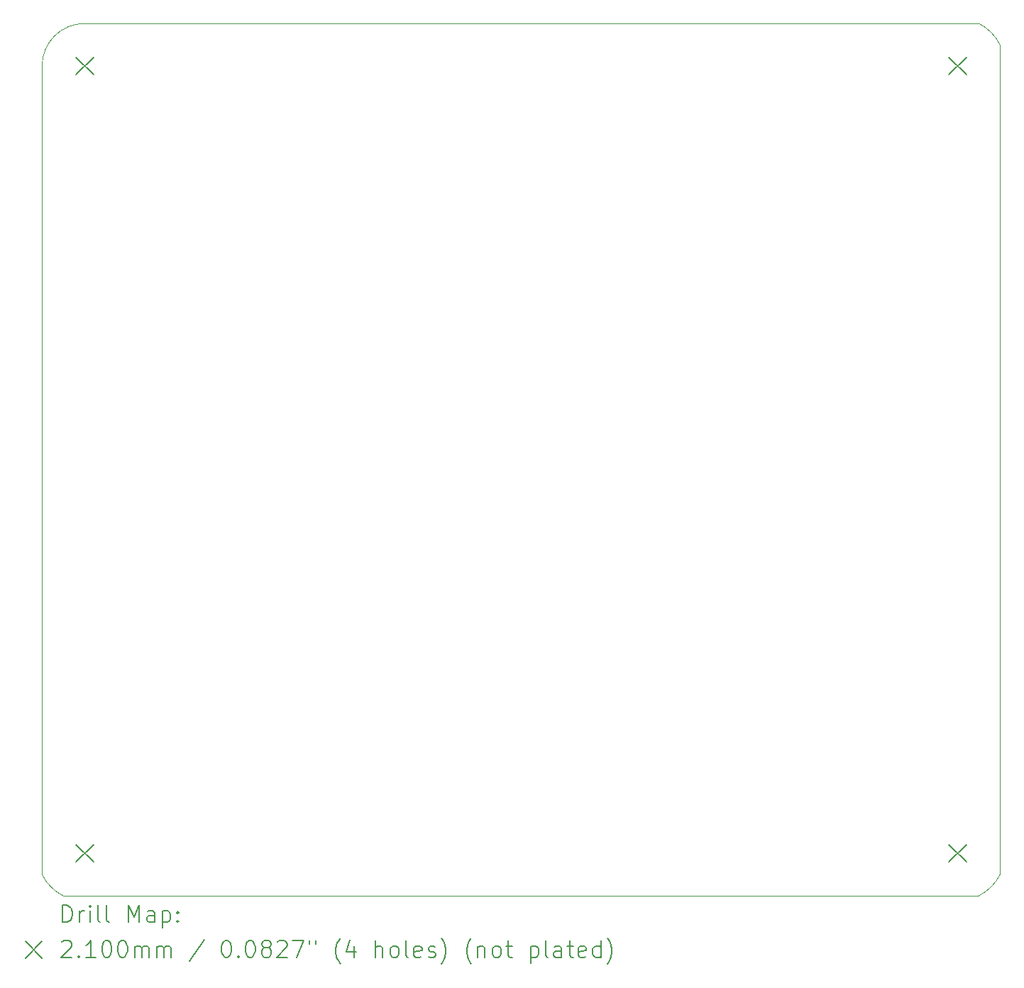
<source format=gbr>
%TF.GenerationSoftware,KiCad,Pcbnew,7.0.2*%
%TF.CreationDate,2023-04-22T23:51:44+05:30*%
%TF.ProjectId,Final circuit pcb file,46696e61-6c20-4636-9972-637569742070,rev?*%
%TF.SameCoordinates,Original*%
%TF.FileFunction,Drillmap*%
%TF.FilePolarity,Positive*%
%FSLAX45Y45*%
G04 Gerber Fmt 4.5, Leading zero omitted, Abs format (unit mm)*
G04 Created by KiCad (PCBNEW 7.0.2) date 2023-04-22 23:51:44*
%MOMM*%
%LPD*%
G01*
G04 APERTURE LIST*
%ADD10C,0.010000*%
%ADD11C,0.200000*%
%ADD12C,0.210000*%
G04 APERTURE END LIST*
D10*
X2794000Y-2286000D02*
G75*
G03*
X2286000Y-2794000I0J-508000D01*
G01*
X13462000Y-2286000D02*
X3556000Y-2286000D01*
X2286000Y-2794000D02*
X2286000Y-12446000D01*
X2540000Y-12700000D02*
X13462000Y-12700000D01*
X13716000Y-2540000D02*
G75*
G03*
X13462000Y-2286000I-508000J-254000D01*
G01*
X3556000Y-2286000D02*
X2794000Y-2286000D01*
X2286000Y-12446000D02*
G75*
G03*
X2540000Y-12700000I508000J254000D01*
G01*
X13716000Y-12446000D02*
X13716000Y-2540000D01*
X13462000Y-12700000D02*
G75*
G03*
X13716000Y-12446000I-254000J508000D01*
G01*
D11*
D12*
X2689000Y-2689000D02*
X2899000Y-2899000D01*
X2899000Y-2689000D02*
X2689000Y-2899000D01*
X2689000Y-12087000D02*
X2899000Y-12297000D01*
X2899000Y-12087000D02*
X2689000Y-12297000D01*
X13103000Y-2689000D02*
X13313000Y-2899000D01*
X13313000Y-2689000D02*
X13103000Y-2899000D01*
X13103000Y-12087000D02*
X13313000Y-12297000D01*
X13313000Y-12087000D02*
X13103000Y-12297000D01*
D11*
X2533119Y-13013024D02*
X2533119Y-12813024D01*
X2533119Y-12813024D02*
X2580738Y-12813024D01*
X2580738Y-12813024D02*
X2609310Y-12822547D01*
X2609310Y-12822547D02*
X2628357Y-12841595D01*
X2628357Y-12841595D02*
X2637881Y-12860643D01*
X2637881Y-12860643D02*
X2647405Y-12898738D01*
X2647405Y-12898738D02*
X2647405Y-12927309D01*
X2647405Y-12927309D02*
X2637881Y-12965405D01*
X2637881Y-12965405D02*
X2628357Y-12984452D01*
X2628357Y-12984452D02*
X2609310Y-13003500D01*
X2609310Y-13003500D02*
X2580738Y-13013024D01*
X2580738Y-13013024D02*
X2533119Y-13013024D01*
X2733119Y-13013024D02*
X2733119Y-12879690D01*
X2733119Y-12917786D02*
X2742643Y-12898738D01*
X2742643Y-12898738D02*
X2752167Y-12889214D01*
X2752167Y-12889214D02*
X2771214Y-12879690D01*
X2771214Y-12879690D02*
X2790262Y-12879690D01*
X2856928Y-13013024D02*
X2856928Y-12879690D01*
X2856928Y-12813024D02*
X2847405Y-12822547D01*
X2847405Y-12822547D02*
X2856928Y-12832071D01*
X2856928Y-12832071D02*
X2866452Y-12822547D01*
X2866452Y-12822547D02*
X2856928Y-12813024D01*
X2856928Y-12813024D02*
X2856928Y-12832071D01*
X2980738Y-13013024D02*
X2961690Y-13003500D01*
X2961690Y-13003500D02*
X2952167Y-12984452D01*
X2952167Y-12984452D02*
X2952167Y-12813024D01*
X3085500Y-13013024D02*
X3066452Y-13003500D01*
X3066452Y-13003500D02*
X3056928Y-12984452D01*
X3056928Y-12984452D02*
X3056928Y-12813024D01*
X3314071Y-13013024D02*
X3314071Y-12813024D01*
X3314071Y-12813024D02*
X3380738Y-12955881D01*
X3380738Y-12955881D02*
X3447405Y-12813024D01*
X3447405Y-12813024D02*
X3447405Y-13013024D01*
X3628357Y-13013024D02*
X3628357Y-12908262D01*
X3628357Y-12908262D02*
X3618833Y-12889214D01*
X3618833Y-12889214D02*
X3599786Y-12879690D01*
X3599786Y-12879690D02*
X3561690Y-12879690D01*
X3561690Y-12879690D02*
X3542643Y-12889214D01*
X3628357Y-13003500D02*
X3609309Y-13013024D01*
X3609309Y-13013024D02*
X3561690Y-13013024D01*
X3561690Y-13013024D02*
X3542643Y-13003500D01*
X3542643Y-13003500D02*
X3533119Y-12984452D01*
X3533119Y-12984452D02*
X3533119Y-12965405D01*
X3533119Y-12965405D02*
X3542643Y-12946357D01*
X3542643Y-12946357D02*
X3561690Y-12936833D01*
X3561690Y-12936833D02*
X3609309Y-12936833D01*
X3609309Y-12936833D02*
X3628357Y-12927309D01*
X3723595Y-12879690D02*
X3723595Y-13079690D01*
X3723595Y-12889214D02*
X3742643Y-12879690D01*
X3742643Y-12879690D02*
X3780738Y-12879690D01*
X3780738Y-12879690D02*
X3799786Y-12889214D01*
X3799786Y-12889214D02*
X3809309Y-12898738D01*
X3809309Y-12898738D02*
X3818833Y-12917786D01*
X3818833Y-12917786D02*
X3818833Y-12974928D01*
X3818833Y-12974928D02*
X3809309Y-12993976D01*
X3809309Y-12993976D02*
X3799786Y-13003500D01*
X3799786Y-13003500D02*
X3780738Y-13013024D01*
X3780738Y-13013024D02*
X3742643Y-13013024D01*
X3742643Y-13013024D02*
X3723595Y-13003500D01*
X3904548Y-12993976D02*
X3914071Y-13003500D01*
X3914071Y-13003500D02*
X3904548Y-13013024D01*
X3904548Y-13013024D02*
X3895024Y-13003500D01*
X3895024Y-13003500D02*
X3904548Y-12993976D01*
X3904548Y-12993976D02*
X3904548Y-13013024D01*
X3904548Y-12889214D02*
X3914071Y-12898738D01*
X3914071Y-12898738D02*
X3904548Y-12908262D01*
X3904548Y-12908262D02*
X3895024Y-12898738D01*
X3895024Y-12898738D02*
X3904548Y-12889214D01*
X3904548Y-12889214D02*
X3904548Y-12908262D01*
X2085500Y-13240500D02*
X2285500Y-13440500D01*
X2285500Y-13240500D02*
X2085500Y-13440500D01*
X2523595Y-13252071D02*
X2533119Y-13242547D01*
X2533119Y-13242547D02*
X2552167Y-13233024D01*
X2552167Y-13233024D02*
X2599786Y-13233024D01*
X2599786Y-13233024D02*
X2618833Y-13242547D01*
X2618833Y-13242547D02*
X2628357Y-13252071D01*
X2628357Y-13252071D02*
X2637881Y-13271119D01*
X2637881Y-13271119D02*
X2637881Y-13290166D01*
X2637881Y-13290166D02*
X2628357Y-13318738D01*
X2628357Y-13318738D02*
X2514071Y-13433024D01*
X2514071Y-13433024D02*
X2637881Y-13433024D01*
X2723595Y-13413976D02*
X2733119Y-13423500D01*
X2733119Y-13423500D02*
X2723595Y-13433024D01*
X2723595Y-13433024D02*
X2714071Y-13423500D01*
X2714071Y-13423500D02*
X2723595Y-13413976D01*
X2723595Y-13413976D02*
X2723595Y-13433024D01*
X2923595Y-13433024D02*
X2809309Y-13433024D01*
X2866452Y-13433024D02*
X2866452Y-13233024D01*
X2866452Y-13233024D02*
X2847405Y-13261595D01*
X2847405Y-13261595D02*
X2828357Y-13280643D01*
X2828357Y-13280643D02*
X2809309Y-13290166D01*
X3047405Y-13233024D02*
X3066452Y-13233024D01*
X3066452Y-13233024D02*
X3085500Y-13242547D01*
X3085500Y-13242547D02*
X3095024Y-13252071D01*
X3095024Y-13252071D02*
X3104548Y-13271119D01*
X3104548Y-13271119D02*
X3114071Y-13309214D01*
X3114071Y-13309214D02*
X3114071Y-13356833D01*
X3114071Y-13356833D02*
X3104548Y-13394928D01*
X3104548Y-13394928D02*
X3095024Y-13413976D01*
X3095024Y-13413976D02*
X3085500Y-13423500D01*
X3085500Y-13423500D02*
X3066452Y-13433024D01*
X3066452Y-13433024D02*
X3047405Y-13433024D01*
X3047405Y-13433024D02*
X3028357Y-13423500D01*
X3028357Y-13423500D02*
X3018833Y-13413976D01*
X3018833Y-13413976D02*
X3009309Y-13394928D01*
X3009309Y-13394928D02*
X2999786Y-13356833D01*
X2999786Y-13356833D02*
X2999786Y-13309214D01*
X2999786Y-13309214D02*
X3009309Y-13271119D01*
X3009309Y-13271119D02*
X3018833Y-13252071D01*
X3018833Y-13252071D02*
X3028357Y-13242547D01*
X3028357Y-13242547D02*
X3047405Y-13233024D01*
X3237881Y-13233024D02*
X3256929Y-13233024D01*
X3256929Y-13233024D02*
X3275976Y-13242547D01*
X3275976Y-13242547D02*
X3285500Y-13252071D01*
X3285500Y-13252071D02*
X3295024Y-13271119D01*
X3295024Y-13271119D02*
X3304548Y-13309214D01*
X3304548Y-13309214D02*
X3304548Y-13356833D01*
X3304548Y-13356833D02*
X3295024Y-13394928D01*
X3295024Y-13394928D02*
X3285500Y-13413976D01*
X3285500Y-13413976D02*
X3275976Y-13423500D01*
X3275976Y-13423500D02*
X3256929Y-13433024D01*
X3256929Y-13433024D02*
X3237881Y-13433024D01*
X3237881Y-13433024D02*
X3218833Y-13423500D01*
X3218833Y-13423500D02*
X3209309Y-13413976D01*
X3209309Y-13413976D02*
X3199786Y-13394928D01*
X3199786Y-13394928D02*
X3190262Y-13356833D01*
X3190262Y-13356833D02*
X3190262Y-13309214D01*
X3190262Y-13309214D02*
X3199786Y-13271119D01*
X3199786Y-13271119D02*
X3209309Y-13252071D01*
X3209309Y-13252071D02*
X3218833Y-13242547D01*
X3218833Y-13242547D02*
X3237881Y-13233024D01*
X3390262Y-13433024D02*
X3390262Y-13299690D01*
X3390262Y-13318738D02*
X3399786Y-13309214D01*
X3399786Y-13309214D02*
X3418833Y-13299690D01*
X3418833Y-13299690D02*
X3447405Y-13299690D01*
X3447405Y-13299690D02*
X3466452Y-13309214D01*
X3466452Y-13309214D02*
X3475976Y-13328262D01*
X3475976Y-13328262D02*
X3475976Y-13433024D01*
X3475976Y-13328262D02*
X3485500Y-13309214D01*
X3485500Y-13309214D02*
X3504548Y-13299690D01*
X3504548Y-13299690D02*
X3533119Y-13299690D01*
X3533119Y-13299690D02*
X3552167Y-13309214D01*
X3552167Y-13309214D02*
X3561690Y-13328262D01*
X3561690Y-13328262D02*
X3561690Y-13433024D01*
X3656929Y-13433024D02*
X3656929Y-13299690D01*
X3656929Y-13318738D02*
X3666452Y-13309214D01*
X3666452Y-13309214D02*
X3685500Y-13299690D01*
X3685500Y-13299690D02*
X3714071Y-13299690D01*
X3714071Y-13299690D02*
X3733119Y-13309214D01*
X3733119Y-13309214D02*
X3742643Y-13328262D01*
X3742643Y-13328262D02*
X3742643Y-13433024D01*
X3742643Y-13328262D02*
X3752167Y-13309214D01*
X3752167Y-13309214D02*
X3771214Y-13299690D01*
X3771214Y-13299690D02*
X3799786Y-13299690D01*
X3799786Y-13299690D02*
X3818833Y-13309214D01*
X3818833Y-13309214D02*
X3828357Y-13328262D01*
X3828357Y-13328262D02*
X3828357Y-13433024D01*
X4218833Y-13223500D02*
X4047405Y-13480643D01*
X4475976Y-13233024D02*
X4495024Y-13233024D01*
X4495024Y-13233024D02*
X4514072Y-13242547D01*
X4514072Y-13242547D02*
X4523595Y-13252071D01*
X4523595Y-13252071D02*
X4533119Y-13271119D01*
X4533119Y-13271119D02*
X4542643Y-13309214D01*
X4542643Y-13309214D02*
X4542643Y-13356833D01*
X4542643Y-13356833D02*
X4533119Y-13394928D01*
X4533119Y-13394928D02*
X4523595Y-13413976D01*
X4523595Y-13413976D02*
X4514072Y-13423500D01*
X4514072Y-13423500D02*
X4495024Y-13433024D01*
X4495024Y-13433024D02*
X4475976Y-13433024D01*
X4475976Y-13433024D02*
X4456929Y-13423500D01*
X4456929Y-13423500D02*
X4447405Y-13413976D01*
X4447405Y-13413976D02*
X4437881Y-13394928D01*
X4437881Y-13394928D02*
X4428357Y-13356833D01*
X4428357Y-13356833D02*
X4428357Y-13309214D01*
X4428357Y-13309214D02*
X4437881Y-13271119D01*
X4437881Y-13271119D02*
X4447405Y-13252071D01*
X4447405Y-13252071D02*
X4456929Y-13242547D01*
X4456929Y-13242547D02*
X4475976Y-13233024D01*
X4628357Y-13413976D02*
X4637881Y-13423500D01*
X4637881Y-13423500D02*
X4628357Y-13433024D01*
X4628357Y-13433024D02*
X4618834Y-13423500D01*
X4618834Y-13423500D02*
X4628357Y-13413976D01*
X4628357Y-13413976D02*
X4628357Y-13433024D01*
X4761691Y-13233024D02*
X4780738Y-13233024D01*
X4780738Y-13233024D02*
X4799786Y-13242547D01*
X4799786Y-13242547D02*
X4809310Y-13252071D01*
X4809310Y-13252071D02*
X4818834Y-13271119D01*
X4818834Y-13271119D02*
X4828357Y-13309214D01*
X4828357Y-13309214D02*
X4828357Y-13356833D01*
X4828357Y-13356833D02*
X4818834Y-13394928D01*
X4818834Y-13394928D02*
X4809310Y-13413976D01*
X4809310Y-13413976D02*
X4799786Y-13423500D01*
X4799786Y-13423500D02*
X4780738Y-13433024D01*
X4780738Y-13433024D02*
X4761691Y-13433024D01*
X4761691Y-13433024D02*
X4742643Y-13423500D01*
X4742643Y-13423500D02*
X4733119Y-13413976D01*
X4733119Y-13413976D02*
X4723595Y-13394928D01*
X4723595Y-13394928D02*
X4714072Y-13356833D01*
X4714072Y-13356833D02*
X4714072Y-13309214D01*
X4714072Y-13309214D02*
X4723595Y-13271119D01*
X4723595Y-13271119D02*
X4733119Y-13252071D01*
X4733119Y-13252071D02*
X4742643Y-13242547D01*
X4742643Y-13242547D02*
X4761691Y-13233024D01*
X4942643Y-13318738D02*
X4923595Y-13309214D01*
X4923595Y-13309214D02*
X4914072Y-13299690D01*
X4914072Y-13299690D02*
X4904548Y-13280643D01*
X4904548Y-13280643D02*
X4904548Y-13271119D01*
X4904548Y-13271119D02*
X4914072Y-13252071D01*
X4914072Y-13252071D02*
X4923595Y-13242547D01*
X4923595Y-13242547D02*
X4942643Y-13233024D01*
X4942643Y-13233024D02*
X4980738Y-13233024D01*
X4980738Y-13233024D02*
X4999786Y-13242547D01*
X4999786Y-13242547D02*
X5009310Y-13252071D01*
X5009310Y-13252071D02*
X5018834Y-13271119D01*
X5018834Y-13271119D02*
X5018834Y-13280643D01*
X5018834Y-13280643D02*
X5009310Y-13299690D01*
X5009310Y-13299690D02*
X4999786Y-13309214D01*
X4999786Y-13309214D02*
X4980738Y-13318738D01*
X4980738Y-13318738D02*
X4942643Y-13318738D01*
X4942643Y-13318738D02*
X4923595Y-13328262D01*
X4923595Y-13328262D02*
X4914072Y-13337786D01*
X4914072Y-13337786D02*
X4904548Y-13356833D01*
X4904548Y-13356833D02*
X4904548Y-13394928D01*
X4904548Y-13394928D02*
X4914072Y-13413976D01*
X4914072Y-13413976D02*
X4923595Y-13423500D01*
X4923595Y-13423500D02*
X4942643Y-13433024D01*
X4942643Y-13433024D02*
X4980738Y-13433024D01*
X4980738Y-13433024D02*
X4999786Y-13423500D01*
X4999786Y-13423500D02*
X5009310Y-13413976D01*
X5009310Y-13413976D02*
X5018834Y-13394928D01*
X5018834Y-13394928D02*
X5018834Y-13356833D01*
X5018834Y-13356833D02*
X5009310Y-13337786D01*
X5009310Y-13337786D02*
X4999786Y-13328262D01*
X4999786Y-13328262D02*
X4980738Y-13318738D01*
X5095024Y-13252071D02*
X5104548Y-13242547D01*
X5104548Y-13242547D02*
X5123595Y-13233024D01*
X5123595Y-13233024D02*
X5171215Y-13233024D01*
X5171215Y-13233024D02*
X5190262Y-13242547D01*
X5190262Y-13242547D02*
X5199786Y-13252071D01*
X5199786Y-13252071D02*
X5209310Y-13271119D01*
X5209310Y-13271119D02*
X5209310Y-13290166D01*
X5209310Y-13290166D02*
X5199786Y-13318738D01*
X5199786Y-13318738D02*
X5085500Y-13433024D01*
X5085500Y-13433024D02*
X5209310Y-13433024D01*
X5275976Y-13233024D02*
X5409310Y-13233024D01*
X5409310Y-13233024D02*
X5323595Y-13433024D01*
X5475976Y-13233024D02*
X5475976Y-13271119D01*
X5552167Y-13233024D02*
X5552167Y-13271119D01*
X5847405Y-13509214D02*
X5837881Y-13499690D01*
X5837881Y-13499690D02*
X5818834Y-13471119D01*
X5818834Y-13471119D02*
X5809310Y-13452071D01*
X5809310Y-13452071D02*
X5799786Y-13423500D01*
X5799786Y-13423500D02*
X5790262Y-13375881D01*
X5790262Y-13375881D02*
X5790262Y-13337786D01*
X5790262Y-13337786D02*
X5799786Y-13290166D01*
X5799786Y-13290166D02*
X5809310Y-13261595D01*
X5809310Y-13261595D02*
X5818834Y-13242547D01*
X5818834Y-13242547D02*
X5837881Y-13213976D01*
X5837881Y-13213976D02*
X5847405Y-13204452D01*
X6009310Y-13299690D02*
X6009310Y-13433024D01*
X5961691Y-13223500D02*
X5914072Y-13366357D01*
X5914072Y-13366357D02*
X6037881Y-13366357D01*
X6266453Y-13433024D02*
X6266453Y-13233024D01*
X6352167Y-13433024D02*
X6352167Y-13328262D01*
X6352167Y-13328262D02*
X6342643Y-13309214D01*
X6342643Y-13309214D02*
X6323596Y-13299690D01*
X6323596Y-13299690D02*
X6295024Y-13299690D01*
X6295024Y-13299690D02*
X6275976Y-13309214D01*
X6275976Y-13309214D02*
X6266453Y-13318738D01*
X6475976Y-13433024D02*
X6456929Y-13423500D01*
X6456929Y-13423500D02*
X6447405Y-13413976D01*
X6447405Y-13413976D02*
X6437881Y-13394928D01*
X6437881Y-13394928D02*
X6437881Y-13337786D01*
X6437881Y-13337786D02*
X6447405Y-13318738D01*
X6447405Y-13318738D02*
X6456929Y-13309214D01*
X6456929Y-13309214D02*
X6475976Y-13299690D01*
X6475976Y-13299690D02*
X6504548Y-13299690D01*
X6504548Y-13299690D02*
X6523596Y-13309214D01*
X6523596Y-13309214D02*
X6533119Y-13318738D01*
X6533119Y-13318738D02*
X6542643Y-13337786D01*
X6542643Y-13337786D02*
X6542643Y-13394928D01*
X6542643Y-13394928D02*
X6533119Y-13413976D01*
X6533119Y-13413976D02*
X6523596Y-13423500D01*
X6523596Y-13423500D02*
X6504548Y-13433024D01*
X6504548Y-13433024D02*
X6475976Y-13433024D01*
X6656929Y-13433024D02*
X6637881Y-13423500D01*
X6637881Y-13423500D02*
X6628357Y-13404452D01*
X6628357Y-13404452D02*
X6628357Y-13233024D01*
X6809310Y-13423500D02*
X6790262Y-13433024D01*
X6790262Y-13433024D02*
X6752167Y-13433024D01*
X6752167Y-13433024D02*
X6733119Y-13423500D01*
X6733119Y-13423500D02*
X6723596Y-13404452D01*
X6723596Y-13404452D02*
X6723596Y-13328262D01*
X6723596Y-13328262D02*
X6733119Y-13309214D01*
X6733119Y-13309214D02*
X6752167Y-13299690D01*
X6752167Y-13299690D02*
X6790262Y-13299690D01*
X6790262Y-13299690D02*
X6809310Y-13309214D01*
X6809310Y-13309214D02*
X6818834Y-13328262D01*
X6818834Y-13328262D02*
X6818834Y-13347309D01*
X6818834Y-13347309D02*
X6723596Y-13366357D01*
X6895024Y-13423500D02*
X6914072Y-13433024D01*
X6914072Y-13433024D02*
X6952167Y-13433024D01*
X6952167Y-13433024D02*
X6971215Y-13423500D01*
X6971215Y-13423500D02*
X6980738Y-13404452D01*
X6980738Y-13404452D02*
X6980738Y-13394928D01*
X6980738Y-13394928D02*
X6971215Y-13375881D01*
X6971215Y-13375881D02*
X6952167Y-13366357D01*
X6952167Y-13366357D02*
X6923596Y-13366357D01*
X6923596Y-13366357D02*
X6904548Y-13356833D01*
X6904548Y-13356833D02*
X6895024Y-13337786D01*
X6895024Y-13337786D02*
X6895024Y-13328262D01*
X6895024Y-13328262D02*
X6904548Y-13309214D01*
X6904548Y-13309214D02*
X6923596Y-13299690D01*
X6923596Y-13299690D02*
X6952167Y-13299690D01*
X6952167Y-13299690D02*
X6971215Y-13309214D01*
X7047405Y-13509214D02*
X7056929Y-13499690D01*
X7056929Y-13499690D02*
X7075977Y-13471119D01*
X7075977Y-13471119D02*
X7085500Y-13452071D01*
X7085500Y-13452071D02*
X7095024Y-13423500D01*
X7095024Y-13423500D02*
X7104548Y-13375881D01*
X7104548Y-13375881D02*
X7104548Y-13337786D01*
X7104548Y-13337786D02*
X7095024Y-13290166D01*
X7095024Y-13290166D02*
X7085500Y-13261595D01*
X7085500Y-13261595D02*
X7075977Y-13242547D01*
X7075977Y-13242547D02*
X7056929Y-13213976D01*
X7056929Y-13213976D02*
X7047405Y-13204452D01*
X7409310Y-13509214D02*
X7399786Y-13499690D01*
X7399786Y-13499690D02*
X7380738Y-13471119D01*
X7380738Y-13471119D02*
X7371215Y-13452071D01*
X7371215Y-13452071D02*
X7361691Y-13423500D01*
X7361691Y-13423500D02*
X7352167Y-13375881D01*
X7352167Y-13375881D02*
X7352167Y-13337786D01*
X7352167Y-13337786D02*
X7361691Y-13290166D01*
X7361691Y-13290166D02*
X7371215Y-13261595D01*
X7371215Y-13261595D02*
X7380738Y-13242547D01*
X7380738Y-13242547D02*
X7399786Y-13213976D01*
X7399786Y-13213976D02*
X7409310Y-13204452D01*
X7485500Y-13299690D02*
X7485500Y-13433024D01*
X7485500Y-13318738D02*
X7495024Y-13309214D01*
X7495024Y-13309214D02*
X7514072Y-13299690D01*
X7514072Y-13299690D02*
X7542643Y-13299690D01*
X7542643Y-13299690D02*
X7561691Y-13309214D01*
X7561691Y-13309214D02*
X7571215Y-13328262D01*
X7571215Y-13328262D02*
X7571215Y-13433024D01*
X7695024Y-13433024D02*
X7675977Y-13423500D01*
X7675977Y-13423500D02*
X7666453Y-13413976D01*
X7666453Y-13413976D02*
X7656929Y-13394928D01*
X7656929Y-13394928D02*
X7656929Y-13337786D01*
X7656929Y-13337786D02*
X7666453Y-13318738D01*
X7666453Y-13318738D02*
X7675977Y-13309214D01*
X7675977Y-13309214D02*
X7695024Y-13299690D01*
X7695024Y-13299690D02*
X7723596Y-13299690D01*
X7723596Y-13299690D02*
X7742643Y-13309214D01*
X7742643Y-13309214D02*
X7752167Y-13318738D01*
X7752167Y-13318738D02*
X7761691Y-13337786D01*
X7761691Y-13337786D02*
X7761691Y-13394928D01*
X7761691Y-13394928D02*
X7752167Y-13413976D01*
X7752167Y-13413976D02*
X7742643Y-13423500D01*
X7742643Y-13423500D02*
X7723596Y-13433024D01*
X7723596Y-13433024D02*
X7695024Y-13433024D01*
X7818834Y-13299690D02*
X7895024Y-13299690D01*
X7847405Y-13233024D02*
X7847405Y-13404452D01*
X7847405Y-13404452D02*
X7856929Y-13423500D01*
X7856929Y-13423500D02*
X7875977Y-13433024D01*
X7875977Y-13433024D02*
X7895024Y-13433024D01*
X8114072Y-13299690D02*
X8114072Y-13499690D01*
X8114072Y-13309214D02*
X8133119Y-13299690D01*
X8133119Y-13299690D02*
X8171215Y-13299690D01*
X8171215Y-13299690D02*
X8190262Y-13309214D01*
X8190262Y-13309214D02*
X8199786Y-13318738D01*
X8199786Y-13318738D02*
X8209310Y-13337786D01*
X8209310Y-13337786D02*
X8209310Y-13394928D01*
X8209310Y-13394928D02*
X8199786Y-13413976D01*
X8199786Y-13413976D02*
X8190262Y-13423500D01*
X8190262Y-13423500D02*
X8171215Y-13433024D01*
X8171215Y-13433024D02*
X8133119Y-13433024D01*
X8133119Y-13433024D02*
X8114072Y-13423500D01*
X8323596Y-13433024D02*
X8304548Y-13423500D01*
X8304548Y-13423500D02*
X8295024Y-13404452D01*
X8295024Y-13404452D02*
X8295024Y-13233024D01*
X8485501Y-13433024D02*
X8485501Y-13328262D01*
X8485501Y-13328262D02*
X8475977Y-13309214D01*
X8475977Y-13309214D02*
X8456929Y-13299690D01*
X8456929Y-13299690D02*
X8418834Y-13299690D01*
X8418834Y-13299690D02*
X8399786Y-13309214D01*
X8485501Y-13423500D02*
X8466453Y-13433024D01*
X8466453Y-13433024D02*
X8418834Y-13433024D01*
X8418834Y-13433024D02*
X8399786Y-13423500D01*
X8399786Y-13423500D02*
X8390262Y-13404452D01*
X8390262Y-13404452D02*
X8390262Y-13385405D01*
X8390262Y-13385405D02*
X8399786Y-13366357D01*
X8399786Y-13366357D02*
X8418834Y-13356833D01*
X8418834Y-13356833D02*
X8466453Y-13356833D01*
X8466453Y-13356833D02*
X8485501Y-13347309D01*
X8552167Y-13299690D02*
X8628358Y-13299690D01*
X8580739Y-13233024D02*
X8580739Y-13404452D01*
X8580739Y-13404452D02*
X8590262Y-13423500D01*
X8590262Y-13423500D02*
X8609310Y-13433024D01*
X8609310Y-13433024D02*
X8628358Y-13433024D01*
X8771215Y-13423500D02*
X8752167Y-13433024D01*
X8752167Y-13433024D02*
X8714072Y-13433024D01*
X8714072Y-13433024D02*
X8695024Y-13423500D01*
X8695024Y-13423500D02*
X8685501Y-13404452D01*
X8685501Y-13404452D02*
X8685501Y-13328262D01*
X8685501Y-13328262D02*
X8695024Y-13309214D01*
X8695024Y-13309214D02*
X8714072Y-13299690D01*
X8714072Y-13299690D02*
X8752167Y-13299690D01*
X8752167Y-13299690D02*
X8771215Y-13309214D01*
X8771215Y-13309214D02*
X8780739Y-13328262D01*
X8780739Y-13328262D02*
X8780739Y-13347309D01*
X8780739Y-13347309D02*
X8685501Y-13366357D01*
X8952167Y-13433024D02*
X8952167Y-13233024D01*
X8952167Y-13423500D02*
X8933120Y-13433024D01*
X8933120Y-13433024D02*
X8895024Y-13433024D01*
X8895024Y-13433024D02*
X8875977Y-13423500D01*
X8875977Y-13423500D02*
X8866453Y-13413976D01*
X8866453Y-13413976D02*
X8856929Y-13394928D01*
X8856929Y-13394928D02*
X8856929Y-13337786D01*
X8856929Y-13337786D02*
X8866453Y-13318738D01*
X8866453Y-13318738D02*
X8875977Y-13309214D01*
X8875977Y-13309214D02*
X8895024Y-13299690D01*
X8895024Y-13299690D02*
X8933120Y-13299690D01*
X8933120Y-13299690D02*
X8952167Y-13309214D01*
X9028358Y-13509214D02*
X9037882Y-13499690D01*
X9037882Y-13499690D02*
X9056929Y-13471119D01*
X9056929Y-13471119D02*
X9066453Y-13452071D01*
X9066453Y-13452071D02*
X9075977Y-13423500D01*
X9075977Y-13423500D02*
X9085501Y-13375881D01*
X9085501Y-13375881D02*
X9085501Y-13337786D01*
X9085501Y-13337786D02*
X9075977Y-13290166D01*
X9075977Y-13290166D02*
X9066453Y-13261595D01*
X9066453Y-13261595D02*
X9056929Y-13242547D01*
X9056929Y-13242547D02*
X9037882Y-13213976D01*
X9037882Y-13213976D02*
X9028358Y-13204452D01*
M02*

</source>
